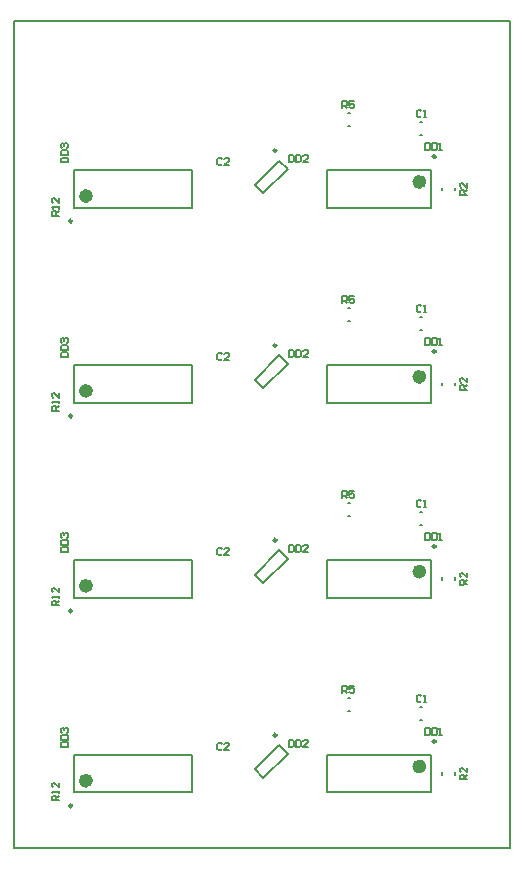
<source format=gto>
G04*
G04 #@! TF.GenerationSoftware,Altium Limited,Altium Designer,20.2.7 (254)*
G04*
G04 Layer_Color=65535*
%FSLAX44Y44*%
%MOMM*%
G71*
G04*
G04 #@! TF.SameCoordinates,E2930A79-BBFB-44DC-8FC5-9A75561AB175*
G04*
G04*
G04 #@! TF.FilePolarity,Positive*
G04*
G01*
G75*
%ADD10C,0.6000*%
%ADD11C,0.2500*%
%ADD12C,0.2000*%
%ADD13C,0.1500*%
D10*
X346480Y564100D02*
G03*
X346480Y564100I-3000J0D01*
G01*
X64200Y552100D02*
G03*
X64200Y552100I-3000J0D01*
G01*
X346480Y399100D02*
G03*
X346480Y399100I-3000J0D01*
G01*
X64200Y387100D02*
G03*
X64200Y387100I-3000J0D01*
G01*
X346480Y234100D02*
G03*
X346480Y234100I-3000J0D01*
G01*
X64200Y222100D02*
G03*
X64200Y222100I-3000J0D01*
G01*
X346480Y69100D02*
G03*
X346480Y69100I-3000J0D01*
G01*
X64200Y57100D02*
G03*
X64200Y57100I-3000J0D01*
G01*
D11*
X357330Y585350D02*
G03*
X357330Y585350I-1250J0D01*
G01*
X222552Y590614D02*
G03*
X222552Y590614I-1250J0D01*
G01*
X49500Y530850D02*
G03*
X49500Y530850I-1250J0D01*
G01*
X357330Y420350D02*
G03*
X357330Y420350I-1250J0D01*
G01*
X222552Y425614D02*
G03*
X222552Y425614I-1250J0D01*
G01*
X49500Y365850D02*
G03*
X49500Y365850I-1250J0D01*
G01*
X357330Y255350D02*
G03*
X357330Y255350I-1250J0D01*
G01*
X222552Y260614D02*
G03*
X222552Y260614I-1250J0D01*
G01*
X49500Y200850D02*
G03*
X49500Y200850I-1250J0D01*
G01*
X357330Y90350D02*
G03*
X357330Y90350I-1250J0D01*
G01*
X222552Y95614D02*
G03*
X222552Y95614I-1250J0D01*
G01*
X49500Y35850D02*
G03*
X49500Y35850I-1250J0D01*
G01*
D12*
X0Y700000D02*
X420000D01*
X0Y0D02*
Y700000D01*
Y0D02*
X420000D01*
Y700000D01*
X344120Y603480D02*
X346120D01*
X344120Y614480D02*
X346120D01*
X265480Y542100D02*
Y574100D01*
X353480Y542100D02*
Y574100D01*
X265480Y542100D02*
X353480D01*
X265480Y574100D02*
X353480D01*
X211402Y554551D02*
X231909Y575057D01*
X204331Y561623D02*
X224837Y582129D01*
X204331Y561623D02*
X211402Y554551D01*
X224837Y582129D02*
X231909Y575057D01*
X51200Y542100D02*
X151200D01*
X51200Y574100D02*
X151200D01*
X51200Y542100D02*
Y574100D01*
X151200Y542100D02*
Y574100D01*
X373400Y557100D02*
Y559100D01*
X362400Y557100D02*
Y559100D01*
X283160Y611100D02*
X285160D01*
X283160Y622100D02*
X285160D01*
X344120Y438480D02*
X346120D01*
X344120Y449480D02*
X346120D01*
X265480Y377100D02*
Y409100D01*
X353480Y377100D02*
Y409100D01*
X265480Y377100D02*
X353480D01*
X265480Y409100D02*
X353480D01*
X211402Y389551D02*
X231909Y410057D01*
X204331Y396622D02*
X224837Y417129D01*
X204331Y396622D02*
X211402Y389551D01*
X224837Y417129D02*
X231909Y410057D01*
X51200Y377100D02*
X151200D01*
X51200Y409100D02*
X151200D01*
X51200Y377100D02*
Y409100D01*
X151200Y377100D02*
Y409100D01*
X373400Y392100D02*
Y394100D01*
X362400Y392100D02*
Y394100D01*
X283160Y446100D02*
X285160D01*
X283160Y457100D02*
X285160D01*
X344120Y273480D02*
X346120D01*
X344120Y284480D02*
X346120D01*
X265480Y212100D02*
Y244100D01*
X353480Y212100D02*
Y244100D01*
X265480Y212100D02*
X353480D01*
X265480Y244100D02*
X353480D01*
X211402Y224551D02*
X231909Y245058D01*
X204331Y231623D02*
X224837Y252129D01*
X204331Y231623D02*
X211402Y224551D01*
X224837Y252129D02*
X231909Y245058D01*
X51200Y212100D02*
X151200D01*
X51200Y244100D02*
X151200D01*
X51200Y212100D02*
Y244100D01*
X151200Y212100D02*
Y244100D01*
X373400Y227100D02*
Y229100D01*
X362400Y227100D02*
Y229100D01*
X283160Y281100D02*
X285160D01*
X283160Y292100D02*
X285160D01*
X344120Y108480D02*
X346120D01*
X344120Y119480D02*
X346120D01*
X265480Y47100D02*
Y79100D01*
X353480Y47100D02*
Y79100D01*
X265480Y47100D02*
X353480D01*
X265480Y79100D02*
X353480D01*
X211402Y59551D02*
X231909Y80057D01*
X204331Y66623D02*
X224837Y87129D01*
X204331Y66623D02*
X211402Y59551D01*
X224837Y87129D02*
X231909Y80057D01*
X51200Y47100D02*
X151200D01*
X51200Y79100D02*
X151200D01*
X51200Y47100D02*
Y79100D01*
X151200Y47100D02*
Y79100D01*
X373400Y62100D02*
Y64100D01*
X362400Y62100D02*
Y64100D01*
X283160Y116100D02*
X285160D01*
X283160Y127100D02*
X285160D01*
D13*
X345120Y623679D02*
X344120Y624679D01*
X342121D01*
X341121Y623679D01*
Y619681D01*
X342121Y618681D01*
X344120D01*
X345120Y619681D01*
X347119Y618681D02*
X349119D01*
X348119D01*
Y624679D01*
X347119Y623679D01*
X176480Y583039D02*
X175481Y584039D01*
X173481D01*
X172482Y583039D01*
Y579041D01*
X173481Y578041D01*
X175481D01*
X176480Y579041D01*
X182478Y578041D02*
X178480D01*
X182478Y582040D01*
Y583039D01*
X181479Y584039D01*
X179479D01*
X178480Y583039D01*
X348282Y596739D02*
Y590741D01*
X351281D01*
X352281Y591741D01*
Y595739D01*
X351281Y596739D01*
X348282D01*
X354280D02*
Y590741D01*
X357279D01*
X358279Y591741D01*
Y595739D01*
X357279Y596739D01*
X354280D01*
X360278Y590741D02*
X362278D01*
X361278D01*
Y596739D01*
X360278Y595739D01*
X232983Y586579D02*
Y580581D01*
X235982D01*
X236981Y581581D01*
Y585579D01*
X235982Y586579D01*
X232983D01*
X238981D02*
Y580581D01*
X241980D01*
X242979Y581581D01*
Y585579D01*
X241980Y586579D01*
X238981D01*
X248977Y580581D02*
X244979D01*
X248977Y584580D01*
Y585579D01*
X247978Y586579D01*
X245978D01*
X244979Y585579D01*
X39888Y580653D02*
X45886Y580673D01*
X45876Y583672D01*
X44873Y584668D01*
X40874Y584655D01*
X39878Y583652D01*
X39888Y580653D01*
X39868Y586651D02*
X45866Y586671D01*
X45856Y589670D01*
X44853Y590666D01*
X40854Y590653D01*
X39858Y589650D01*
X39868Y586651D01*
X40847Y592652D02*
X39844Y593648D01*
X39838Y595648D01*
X40834Y596651D01*
X41834Y596654D01*
X42837Y595658D01*
X42840Y594658D01*
X42837Y595658D01*
X43833Y596661D01*
X44833Y596664D01*
X45836Y595668D01*
X45842Y593668D01*
X44846Y592665D01*
X383729Y553212D02*
X377731Y553152D01*
X377701Y556151D01*
X378691Y557160D01*
X380690Y557180D01*
X381700Y556191D01*
X381730Y553192D01*
X381710Y555191D02*
X383689Y557210D01*
X383629Y563208D02*
X383669Y559210D01*
X379631Y563168D01*
X378631Y563158D01*
X377641Y562149D01*
X377661Y560149D01*
X378671Y559160D01*
X278252Y626301D02*
Y632299D01*
X281251D01*
X282250Y631299D01*
Y629300D01*
X281251Y628300D01*
X278252D01*
X280251D02*
X282250Y626301D01*
X288248Y632299D02*
X284250D01*
Y629300D01*
X286249Y630300D01*
X287249D01*
X288248Y629300D01*
Y627301D01*
X287249Y626301D01*
X285249D01*
X284250Y627301D01*
X38265Y535453D02*
X32267Y535432D01*
X32257Y538431D01*
X33253Y539434D01*
X35252Y539441D01*
X36255Y538445D01*
X36266Y535446D01*
X36259Y537445D02*
X38251Y539452D01*
X38244Y541451D02*
X38237Y543450D01*
X38241Y542451D01*
X32243Y542430D01*
X33246Y541434D01*
X38213Y550448D02*
X38227Y546449D01*
X34214Y550434D01*
X33215Y550431D01*
X32218Y549427D01*
X32225Y547428D01*
X33229Y546432D01*
X345120Y458679D02*
X344120Y459679D01*
X342121D01*
X341121Y458679D01*
Y454681D01*
X342121Y453681D01*
X344120D01*
X345120Y454681D01*
X347119Y453681D02*
X349119D01*
X348119D01*
Y459679D01*
X347119Y458679D01*
X176480Y418039D02*
X175481Y419039D01*
X173481D01*
X172482Y418039D01*
Y414041D01*
X173481Y413041D01*
X175481D01*
X176480Y414041D01*
X182478Y413041D02*
X178480D01*
X182478Y417040D01*
Y418039D01*
X181479Y419039D01*
X179479D01*
X178480Y418039D01*
X348282Y431739D02*
Y425741D01*
X351281D01*
X352281Y426741D01*
Y430739D01*
X351281Y431739D01*
X348282D01*
X354280D02*
Y425741D01*
X357279D01*
X358279Y426741D01*
Y430739D01*
X357279Y431739D01*
X354280D01*
X360278Y425741D02*
X362278D01*
X361278D01*
Y431739D01*
X360278Y430739D01*
X232983Y421579D02*
Y415581D01*
X235982D01*
X236981Y416581D01*
Y420579D01*
X235982Y421579D01*
X232983D01*
X238981D02*
Y415581D01*
X241980D01*
X242979Y416581D01*
Y420579D01*
X241980Y421579D01*
X238981D01*
X248977Y415581D02*
X244979D01*
X248977Y419580D01*
Y420579D01*
X247978Y421579D01*
X245978D01*
X244979Y420579D01*
X39888Y415653D02*
X45886Y415673D01*
X45876Y418672D01*
X44873Y419668D01*
X40874Y419655D01*
X39878Y418652D01*
X39888Y415653D01*
X39868Y421651D02*
X45866Y421671D01*
X45856Y424670D01*
X44853Y425666D01*
X40854Y425653D01*
X39858Y424650D01*
X39868Y421651D01*
X40847Y427652D02*
X39844Y428648D01*
X39838Y430648D01*
X40834Y431651D01*
X41834Y431654D01*
X42837Y430658D01*
X42840Y429658D01*
X42837Y430658D01*
X43833Y431661D01*
X44833Y431664D01*
X45836Y430668D01*
X45842Y428668D01*
X44846Y427665D01*
X383729Y388212D02*
X377731Y388152D01*
X377701Y391151D01*
X378691Y392160D01*
X380690Y392180D01*
X381700Y391191D01*
X381730Y388192D01*
X381710Y390191D02*
X383689Y392210D01*
X383629Y398208D02*
X383669Y394210D01*
X379631Y398168D01*
X378631Y398158D01*
X377641Y397149D01*
X377661Y395149D01*
X378671Y394160D01*
X278252Y461301D02*
Y467299D01*
X281251D01*
X282250Y466299D01*
Y464300D01*
X281251Y463300D01*
X278252D01*
X280251D02*
X282250Y461301D01*
X288248Y467299D02*
X284250D01*
Y464300D01*
X286249Y465300D01*
X287249D01*
X288248Y464300D01*
Y462301D01*
X287249Y461301D01*
X285249D01*
X284250Y462301D01*
X38265Y370453D02*
X32267Y370432D01*
X32257Y373431D01*
X33253Y374434D01*
X35252Y374441D01*
X36255Y373445D01*
X36266Y370446D01*
X36259Y372445D02*
X38251Y374451D01*
X38244Y376451D02*
X38237Y378450D01*
X38241Y377451D01*
X32243Y377430D01*
X33246Y376434D01*
X38213Y385448D02*
X38227Y381449D01*
X34214Y385434D01*
X33215Y385431D01*
X32218Y384427D01*
X32225Y382428D01*
X33229Y381432D01*
X345120Y293679D02*
X344120Y294679D01*
X342121D01*
X341121Y293679D01*
Y289681D01*
X342121Y288681D01*
X344120D01*
X345120Y289681D01*
X347119Y288681D02*
X349119D01*
X348119D01*
Y294679D01*
X347119Y293679D01*
X176480Y253039D02*
X175481Y254039D01*
X173481D01*
X172482Y253039D01*
Y249041D01*
X173481Y248041D01*
X175481D01*
X176480Y249041D01*
X182478Y248041D02*
X178480D01*
X182478Y252040D01*
Y253039D01*
X181479Y254039D01*
X179479D01*
X178480Y253039D01*
X348282Y266739D02*
Y260741D01*
X351281D01*
X352281Y261741D01*
Y265739D01*
X351281Y266739D01*
X348282D01*
X354280D02*
Y260741D01*
X357279D01*
X358279Y261741D01*
Y265739D01*
X357279Y266739D01*
X354280D01*
X360278Y260741D02*
X362278D01*
X361278D01*
Y266739D01*
X360278Y265739D01*
X232983Y256579D02*
Y250581D01*
X235982D01*
X236981Y251581D01*
Y255579D01*
X235982Y256579D01*
X232983D01*
X238981D02*
Y250581D01*
X241980D01*
X242979Y251581D01*
Y255579D01*
X241980Y256579D01*
X238981D01*
X248977Y250581D02*
X244979D01*
X248977Y254580D01*
Y255579D01*
X247978Y256579D01*
X245978D01*
X244979Y255579D01*
X39888Y250653D02*
X45886Y250673D01*
X45876Y253672D01*
X44873Y254668D01*
X40874Y254655D01*
X39878Y253652D01*
X39888Y250653D01*
X39868Y256651D02*
X45866Y256671D01*
X45856Y259670D01*
X44853Y260666D01*
X40854Y260653D01*
X39858Y259650D01*
X39868Y256651D01*
X40847Y262652D02*
X39844Y263648D01*
X39838Y265648D01*
X40834Y266651D01*
X41834Y266654D01*
X42837Y265658D01*
X42840Y264658D01*
X42837Y265658D01*
X43833Y266661D01*
X44833Y266664D01*
X45836Y265668D01*
X45842Y263668D01*
X44846Y262665D01*
X383729Y223212D02*
X377731Y223152D01*
X377701Y226151D01*
X378691Y227160D01*
X380690Y227180D01*
X381700Y226191D01*
X381730Y223192D01*
X381710Y225191D02*
X383689Y227210D01*
X383629Y233208D02*
X383669Y229210D01*
X379630Y233168D01*
X378631Y233158D01*
X377641Y232148D01*
X377661Y230149D01*
X378671Y229160D01*
X278252Y296301D02*
Y302299D01*
X281251D01*
X282250Y301299D01*
Y299300D01*
X281251Y298300D01*
X278252D01*
X280251D02*
X282250Y296301D01*
X288248Y302299D02*
X284250D01*
Y299300D01*
X286249Y300300D01*
X287249D01*
X288248Y299300D01*
Y297301D01*
X287249Y296301D01*
X285249D01*
X284250Y297301D01*
X38265Y205453D02*
X32267Y205432D01*
X32257Y208431D01*
X33253Y209434D01*
X35252Y209441D01*
X36255Y208445D01*
X36266Y205446D01*
X36259Y207445D02*
X38251Y209452D01*
X38244Y211451D02*
X38237Y213450D01*
X38241Y212451D01*
X32243Y212430D01*
X33246Y211434D01*
X38213Y220448D02*
X38227Y216449D01*
X34214Y220434D01*
X33215Y220431D01*
X32218Y219428D01*
X32225Y217428D01*
X33228Y216432D01*
X345120Y128679D02*
X344120Y129679D01*
X342121D01*
X341121Y128679D01*
Y124681D01*
X342121Y123681D01*
X344120D01*
X345120Y124681D01*
X347119Y123681D02*
X349119D01*
X348119D01*
Y129679D01*
X347119Y128679D01*
X176480Y88039D02*
X175481Y89039D01*
X173481D01*
X172482Y88039D01*
Y84041D01*
X173481Y83041D01*
X175481D01*
X176480Y84041D01*
X182478Y83041D02*
X178480D01*
X182478Y87040D01*
Y88039D01*
X181479Y89039D01*
X179479D01*
X178480Y88039D01*
X348282Y101739D02*
Y95741D01*
X351281D01*
X352281Y96741D01*
Y100739D01*
X351281Y101739D01*
X348282D01*
X354280D02*
Y95741D01*
X357279D01*
X358279Y96741D01*
Y100739D01*
X357279Y101739D01*
X354280D01*
X360278Y95741D02*
X362278D01*
X361278D01*
Y101739D01*
X360278Y100739D01*
X232983Y91579D02*
Y85581D01*
X235982D01*
X236981Y86581D01*
Y90579D01*
X235982Y91579D01*
X232983D01*
X238981D02*
Y85581D01*
X241980D01*
X242979Y86581D01*
Y90579D01*
X241980Y91579D01*
X238981D01*
X248977Y85581D02*
X244979D01*
X248977Y89580D01*
Y90579D01*
X247978Y91579D01*
X245978D01*
X244979Y90579D01*
X39888Y85653D02*
X45886Y85673D01*
X45876Y88672D01*
X44873Y89668D01*
X40874Y89655D01*
X39878Y88652D01*
X39888Y85653D01*
X39868Y91651D02*
X45866Y91671D01*
X45856Y94670D01*
X44853Y95666D01*
X40854Y95653D01*
X39858Y94650D01*
X39868Y91651D01*
X40847Y97652D02*
X39844Y98648D01*
X39838Y100648D01*
X40834Y101651D01*
X41834Y101654D01*
X42837Y100658D01*
X42840Y99658D01*
X42837Y100658D01*
X43833Y101661D01*
X44833Y101664D01*
X45836Y100668D01*
X45842Y98668D01*
X44846Y97665D01*
X383729Y58212D02*
X377731Y58152D01*
X377701Y61151D01*
X378691Y62160D01*
X380690Y62180D01*
X381700Y61191D01*
X381730Y58192D01*
X381710Y60191D02*
X383689Y62210D01*
X383629Y68208D02*
X383669Y64210D01*
X379631Y68168D01*
X378631Y68158D01*
X377641Y67149D01*
X377661Y65149D01*
X378671Y64160D01*
X278252Y131301D02*
Y137299D01*
X281251D01*
X282250Y136299D01*
Y134300D01*
X281251Y133300D01*
X278252D01*
X280251D02*
X282250Y131301D01*
X288248Y137299D02*
X284250D01*
Y134300D01*
X286249Y135300D01*
X287249D01*
X288248Y134300D01*
Y132301D01*
X287249Y131301D01*
X285249D01*
X284250Y132301D01*
X38265Y40453D02*
X32267Y40432D01*
X32257Y43431D01*
X33253Y44434D01*
X35252Y44441D01*
X36255Y43445D01*
X36266Y40446D01*
X36259Y42445D02*
X38251Y44452D01*
X38244Y46451D02*
X38237Y48450D01*
X38241Y47451D01*
X32243Y47430D01*
X33246Y46434D01*
X38213Y55448D02*
X38227Y51449D01*
X34214Y55434D01*
X33215Y55431D01*
X32218Y54427D01*
X32225Y52428D01*
X33229Y51432D01*
M02*

</source>
